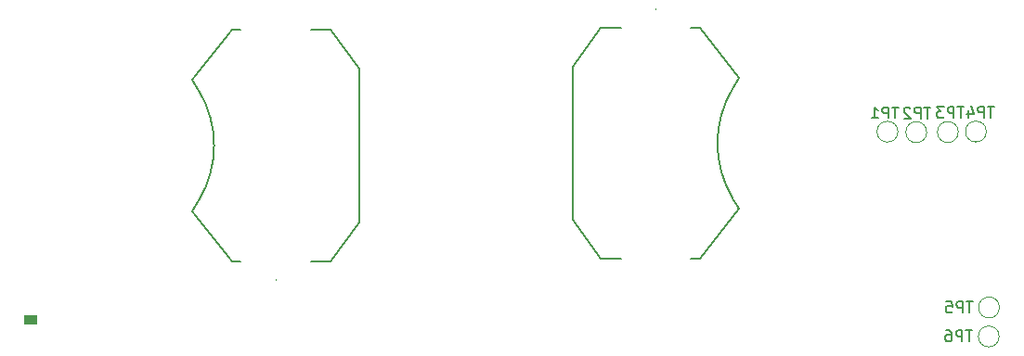
<source format=gbr>
%TF.GenerationSoftware,KiCad,Pcbnew,7.0.6*%
%TF.CreationDate,2023-11-12T21:40:01+01:00*%
%TF.ProjectId,Julkort,4a756c6b-6f72-4742-9e6b-696361645f70,rev?*%
%TF.SameCoordinates,Original*%
%TF.FileFunction,Legend,Bot*%
%TF.FilePolarity,Positive*%
%FSLAX46Y46*%
G04 Gerber Fmt 4.6, Leading zero omitted, Abs format (unit mm)*
G04 Created by KiCad (PCBNEW 7.0.6) date 2023-11-12 21:40:01*
%MOMM*%
%LPD*%
G01*
G04 APERTURE LIST*
%ADD10C,0.150000*%
%ADD11C,0.254000*%
%ADD12C,0.120000*%
%ADD13C,0.100000*%
%ADD14C,0.200000*%
%ADD15R,1.200000X0.900000*%
%ADD16C,0.900000*%
%ADD17C,1.500000*%
%ADD18C,7.000000*%
%ADD19R,5.600000X1.750000*%
G04 APERTURE END LIST*
D10*
X163403502Y-112956181D02*
X162832074Y-112956181D01*
X163117788Y-113956181D02*
X163117788Y-112956181D01*
X162498740Y-113956181D02*
X162498740Y-112956181D01*
X162498740Y-112956181D02*
X162117788Y-112956181D01*
X162117788Y-112956181D02*
X162022550Y-113003800D01*
X162022550Y-113003800D02*
X161974931Y-113051419D01*
X161974931Y-113051419D02*
X161927312Y-113146657D01*
X161927312Y-113146657D02*
X161927312Y-113289514D01*
X161927312Y-113289514D02*
X161974931Y-113384752D01*
X161974931Y-113384752D02*
X162022550Y-113432371D01*
X162022550Y-113432371D02*
X162117788Y-113479990D01*
X162117788Y-113479990D02*
X162498740Y-113479990D01*
X161546359Y-113051419D02*
X161498740Y-113003800D01*
X161498740Y-113003800D02*
X161403502Y-112956181D01*
X161403502Y-112956181D02*
X161165407Y-112956181D01*
X161165407Y-112956181D02*
X161070169Y-113003800D01*
X161070169Y-113003800D02*
X161022550Y-113051419D01*
X161022550Y-113051419D02*
X160974931Y-113146657D01*
X160974931Y-113146657D02*
X160974931Y-113241895D01*
X160974931Y-113241895D02*
X161022550Y-113384752D01*
X161022550Y-113384752D02*
X161593978Y-113956181D01*
X161593978Y-113956181D02*
X160974931Y-113956181D01*
X166430026Y-112925454D02*
X165858598Y-112925454D01*
X166144312Y-113925454D02*
X166144312Y-112925454D01*
X165525264Y-113925454D02*
X165525264Y-112925454D01*
X165525264Y-112925454D02*
X165144312Y-112925454D01*
X165144312Y-112925454D02*
X165049074Y-112973073D01*
X165049074Y-112973073D02*
X165001455Y-113020692D01*
X165001455Y-113020692D02*
X164953836Y-113115930D01*
X164953836Y-113115930D02*
X164953836Y-113258787D01*
X164953836Y-113258787D02*
X165001455Y-113354025D01*
X165001455Y-113354025D02*
X165049074Y-113401644D01*
X165049074Y-113401644D02*
X165144312Y-113449263D01*
X165144312Y-113449263D02*
X165525264Y-113449263D01*
X164620502Y-112925454D02*
X164001455Y-112925454D01*
X164001455Y-112925454D02*
X164334788Y-113306406D01*
X164334788Y-113306406D02*
X164191931Y-113306406D01*
X164191931Y-113306406D02*
X164096693Y-113354025D01*
X164096693Y-113354025D02*
X164049074Y-113401644D01*
X164049074Y-113401644D02*
X164001455Y-113496882D01*
X164001455Y-113496882D02*
X164001455Y-113734977D01*
X164001455Y-113734977D02*
X164049074Y-113830215D01*
X164049074Y-113830215D02*
X164096693Y-113877835D01*
X164096693Y-113877835D02*
X164191931Y-113925454D01*
X164191931Y-113925454D02*
X164477645Y-113925454D01*
X164477645Y-113925454D02*
X164572883Y-113877835D01*
X164572883Y-113877835D02*
X164620502Y-113830215D01*
X160469155Y-112940818D02*
X159897727Y-112940818D01*
X160183441Y-113940818D02*
X160183441Y-112940818D01*
X159564393Y-113940818D02*
X159564393Y-112940818D01*
X159564393Y-112940818D02*
X159183441Y-112940818D01*
X159183441Y-112940818D02*
X159088203Y-112988437D01*
X159088203Y-112988437D02*
X159040584Y-113036056D01*
X159040584Y-113036056D02*
X158992965Y-113131294D01*
X158992965Y-113131294D02*
X158992965Y-113274151D01*
X158992965Y-113274151D02*
X159040584Y-113369389D01*
X159040584Y-113369389D02*
X159088203Y-113417008D01*
X159088203Y-113417008D02*
X159183441Y-113464627D01*
X159183441Y-113464627D02*
X159564393Y-113464627D01*
X158040584Y-113940818D02*
X158612012Y-113940818D01*
X158326298Y-113940818D02*
X158326298Y-112940818D01*
X158326298Y-112940818D02*
X158421536Y-113083675D01*
X158421536Y-113083675D02*
X158516774Y-113178913D01*
X158516774Y-113178913D02*
X158612012Y-113226532D01*
X167198180Y-133327611D02*
X166626752Y-133327611D01*
X166912466Y-134327611D02*
X166912466Y-133327611D01*
X166293418Y-134327611D02*
X166293418Y-133327611D01*
X166293418Y-133327611D02*
X165912466Y-133327611D01*
X165912466Y-133327611D02*
X165817228Y-133375230D01*
X165817228Y-133375230D02*
X165769609Y-133422849D01*
X165769609Y-133422849D02*
X165721990Y-133518087D01*
X165721990Y-133518087D02*
X165721990Y-133660944D01*
X165721990Y-133660944D02*
X165769609Y-133756182D01*
X165769609Y-133756182D02*
X165817228Y-133803801D01*
X165817228Y-133803801D02*
X165912466Y-133851420D01*
X165912466Y-133851420D02*
X166293418Y-133851420D01*
X164864847Y-133327611D02*
X165055323Y-133327611D01*
X165055323Y-133327611D02*
X165150561Y-133375230D01*
X165150561Y-133375230D02*
X165198180Y-133422849D01*
X165198180Y-133422849D02*
X165293418Y-133565706D01*
X165293418Y-133565706D02*
X165341037Y-133756182D01*
X165341037Y-133756182D02*
X165341037Y-134137134D01*
X165341037Y-134137134D02*
X165293418Y-134232372D01*
X165293418Y-134232372D02*
X165245799Y-134279992D01*
X165245799Y-134279992D02*
X165150561Y-134327611D01*
X165150561Y-134327611D02*
X164960085Y-134327611D01*
X164960085Y-134327611D02*
X164864847Y-134279992D01*
X164864847Y-134279992D02*
X164817228Y-134232372D01*
X164817228Y-134232372D02*
X164769609Y-134137134D01*
X164769609Y-134137134D02*
X164769609Y-133899039D01*
X164769609Y-133899039D02*
X164817228Y-133803801D01*
X164817228Y-133803801D02*
X164864847Y-133756182D01*
X164864847Y-133756182D02*
X164960085Y-133708563D01*
X164960085Y-133708563D02*
X165150561Y-133708563D01*
X165150561Y-133708563D02*
X165245799Y-133756182D01*
X165245799Y-133756182D02*
X165293418Y-133803801D01*
X165293418Y-133803801D02*
X165341037Y-133899039D01*
D11*
X104263084Y-115474196D02*
X102993084Y-115474196D01*
X103597846Y-115474196D02*
X103597846Y-116199911D01*
X104263084Y-116199911D02*
X102993084Y-116199911D01*
X104263084Y-117469911D02*
X104263084Y-116744196D01*
X104263084Y-117107053D02*
X102993084Y-117107053D01*
X102993084Y-117107053D02*
X103174512Y-116986101D01*
X103174512Y-116986101D02*
X103295465Y-116865149D01*
X103295465Y-116865149D02*
X103355941Y-116744196D01*
D10*
X167244269Y-130700526D02*
X166672841Y-130700526D01*
X166958555Y-131700526D02*
X166958555Y-130700526D01*
X166339507Y-131700526D02*
X166339507Y-130700526D01*
X166339507Y-130700526D02*
X165958555Y-130700526D01*
X165958555Y-130700526D02*
X165863317Y-130748145D01*
X165863317Y-130748145D02*
X165815698Y-130795764D01*
X165815698Y-130795764D02*
X165768079Y-130891002D01*
X165768079Y-130891002D02*
X165768079Y-131033859D01*
X165768079Y-131033859D02*
X165815698Y-131129097D01*
X165815698Y-131129097D02*
X165863317Y-131176716D01*
X165863317Y-131176716D02*
X165958555Y-131224335D01*
X165958555Y-131224335D02*
X166339507Y-131224335D01*
X164863317Y-130700526D02*
X165339507Y-130700526D01*
X165339507Y-130700526D02*
X165387126Y-131176716D01*
X165387126Y-131176716D02*
X165339507Y-131129097D01*
X165339507Y-131129097D02*
X165244269Y-131081478D01*
X165244269Y-131081478D02*
X165006174Y-131081478D01*
X165006174Y-131081478D02*
X164910936Y-131129097D01*
X164910936Y-131129097D02*
X164863317Y-131176716D01*
X164863317Y-131176716D02*
X164815698Y-131271954D01*
X164815698Y-131271954D02*
X164815698Y-131510049D01*
X164815698Y-131510049D02*
X164863317Y-131605287D01*
X164863317Y-131605287D02*
X164910936Y-131652907D01*
X164910936Y-131652907D02*
X165006174Y-131700526D01*
X165006174Y-131700526D02*
X165244269Y-131700526D01*
X165244269Y-131700526D02*
X165339507Y-131652907D01*
X165339507Y-131652907D02*
X165387126Y-131605287D01*
X169195379Y-112894728D02*
X168623951Y-112894728D01*
X168909665Y-113894728D02*
X168909665Y-112894728D01*
X168290617Y-113894728D02*
X168290617Y-112894728D01*
X168290617Y-112894728D02*
X167909665Y-112894728D01*
X167909665Y-112894728D02*
X167814427Y-112942347D01*
X167814427Y-112942347D02*
X167766808Y-112989966D01*
X167766808Y-112989966D02*
X167719189Y-113085204D01*
X167719189Y-113085204D02*
X167719189Y-113228061D01*
X167719189Y-113228061D02*
X167766808Y-113323299D01*
X167766808Y-113323299D02*
X167814427Y-113370918D01*
X167814427Y-113370918D02*
X167909665Y-113418537D01*
X167909665Y-113418537D02*
X168290617Y-113418537D01*
X166862046Y-113228061D02*
X166862046Y-113894728D01*
X167100141Y-112847109D02*
X167338236Y-113561394D01*
X167338236Y-113561394D02*
X166719189Y-113561394D01*
D11*
X138938546Y-115275245D02*
X137668546Y-115275245D01*
X138273308Y-115275245D02*
X138273308Y-116000960D01*
X138938546Y-116000960D02*
X137668546Y-116000960D01*
X137789498Y-116545245D02*
X137729022Y-116605721D01*
X137729022Y-116605721D02*
X137668546Y-116726674D01*
X137668546Y-116726674D02*
X137668546Y-117029055D01*
X137668546Y-117029055D02*
X137729022Y-117150007D01*
X137729022Y-117150007D02*
X137789498Y-117210483D01*
X137789498Y-117210483D02*
X137910450Y-117270960D01*
X137910450Y-117270960D02*
X138031403Y-117270960D01*
X138031403Y-117270960D02*
X138212831Y-117210483D01*
X138212831Y-117210483D02*
X138938546Y-116484769D01*
X138938546Y-116484769D02*
X138938546Y-117270960D01*
D12*
%TO.C,TP2*%
X163063832Y-115229697D02*
G75*
G03*
X163063832Y-115229697I-950000J0D01*
G01*
%TO.C,TP3*%
X165941990Y-115209818D02*
G75*
G03*
X165941990Y-115209818I-950000J0D01*
G01*
%TO.C,TP1*%
X160431769Y-115179092D02*
G75*
G03*
X160431769Y-115179092I-950000J0D01*
G01*
%TO.C,TP6*%
X169673366Y-133881067D02*
G75*
G03*
X169673366Y-133881067I-950000J0D01*
G01*
D13*
%TO.C,H1*%
X103688766Y-128741816D02*
X103688766Y-128741816D01*
X103688766Y-128641816D02*
X103688766Y-128641816D01*
D14*
X99688766Y-126991816D02*
X100488766Y-126991816D01*
X106888766Y-126991816D02*
X108688766Y-126991816D01*
X108688766Y-126991816D02*
X111288766Y-123441816D01*
X111288766Y-123441816D02*
X111288766Y-109441816D01*
X96088766Y-122441816D02*
X99688766Y-126991816D01*
X96688766Y-121441816D02*
X96088766Y-122441816D01*
X96688766Y-111441816D02*
X96688766Y-111441816D01*
X96088766Y-110441816D02*
X96688766Y-111441816D01*
X111288766Y-109441816D02*
X108688766Y-105891816D01*
X99688766Y-105891816D02*
X96088766Y-110441816D01*
X100488766Y-105891816D02*
X99688766Y-105891816D01*
X108688766Y-105891816D02*
X106888766Y-105891816D01*
D13*
X103688766Y-128641816D02*
G75*
G03*
X103688766Y-128741816I0J-50000D01*
G01*
X103688766Y-128741816D02*
G75*
G03*
X103688766Y-128641816I0J50000D01*
G01*
D14*
X96691078Y-121437961D02*
G75*
G03*
X96688766Y-111441816I-8335811J4996145D01*
G01*
D12*
%TO.C,TP5*%
X169693850Y-131234067D02*
G75*
G03*
X169693850Y-131234067I-950000J0D01*
G01*
%TO.C,TP4*%
X168502501Y-115168850D02*
G75*
G03*
X168502501Y-115168850I-950000J0D01*
G01*
D13*
%TO.C,H2*%
X138364228Y-103942865D02*
X138364228Y-103942865D01*
X138364228Y-104042865D02*
X138364228Y-104042865D01*
D14*
X142364228Y-105692865D02*
X141564228Y-105692865D01*
X135164228Y-105692865D02*
X133364228Y-105692865D01*
X133364228Y-105692865D02*
X130764228Y-109242865D01*
X130764228Y-109242865D02*
X130764228Y-123242865D01*
X145964228Y-110242865D02*
X142364228Y-105692865D01*
X145364228Y-111242865D02*
X145964228Y-110242865D01*
X145364228Y-121242865D02*
X145364228Y-121242865D01*
X145964228Y-122242865D02*
X145364228Y-121242865D01*
X130764228Y-123242865D02*
X133364228Y-126792865D01*
X142364228Y-126792865D02*
X145964228Y-122242865D01*
X141564228Y-126792865D02*
X142364228Y-126792865D01*
X133364228Y-126792865D02*
X135164228Y-126792865D01*
D13*
X138364228Y-104042865D02*
G75*
G03*
X138364228Y-103942865I0J50000D01*
G01*
X138364228Y-103942865D02*
G75*
G03*
X138364228Y-104042865I0J-50000D01*
G01*
D14*
X145361916Y-111246720D02*
G75*
G03*
X145364228Y-121242865I8335811J-4996145D01*
G01*
%TD*%
D15*
%TO.C,J1*%
X81374644Y-132389317D03*
%TD*%
%LPC*%
D16*
%TO.C,J1*%
X79224644Y-128639317D03*
X79224644Y-131639317D03*
%TD*%
D17*
%TO.C,TP2*%
X162113832Y-115229697D03*
%TD*%
%TO.C,TP3*%
X164991990Y-115209818D03*
%TD*%
%TO.C,TP1*%
X159481769Y-115179092D03*
%TD*%
%TO.C,TP6*%
X168723366Y-133881067D03*
%TD*%
D18*
%TO.C,H1*%
X103688766Y-116441816D03*
D19*
X103688766Y-127316816D03*
X103688766Y-105566816D03*
%TD*%
D17*
%TO.C,TP5*%
X168743850Y-131234067D03*
%TD*%
%TO.C,TP4*%
X167552501Y-115168850D03*
%TD*%
D18*
%TO.C,H2*%
X138364228Y-116242865D03*
D19*
X138364228Y-105367865D03*
X138364228Y-127117865D03*
%TD*%
%LPD*%
M02*

</source>
